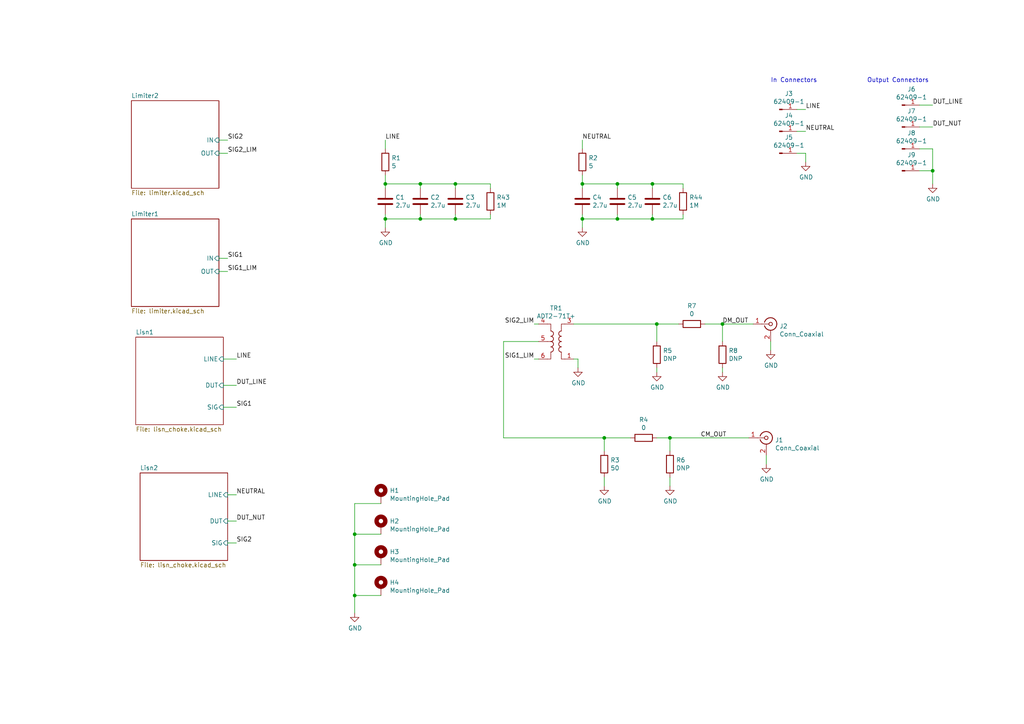
<source format=kicad_sch>
(kicad_sch (version 20231120) (generator "eeschema") (generator_version "8.0")
  (paper "A4")
  (lib_symbols
    (symbol "Connector:Conn_Coaxial" (pin_names (offset 1.016) hide)
      (property "Reference" "J" (at 0.254 3.048 0))
      (property "Value" "Conn_Coaxial" (at 2.921 0 90))
      (symbol "Conn_Coaxial_0_1"
        (arc (start -1.778 -0.508) (mid 0.2311 -1.8066) (end 1.778 0) (stroke (width 0.254)))
        (polyline (pts (xy -2.54 0) (xy -0.508 0)))
        (polyline (pts (xy 0 -2.54) (xy 0 -1.778)))
        (circle (center 0 0) (radius 0.508) (stroke (width 0.2032)))
        (arc (start 1.778 0) (mid 0.2099 1.8101) (end -1.778 0.508) (stroke (width 0.254)))
      )
      (symbol "Conn_Coaxial_1_1"
        (pin passive line (at -5.08 0 0) (length 2.54) (name "In") (number "1"))
        (pin passive line (at 0 -5.08 90) (length 2.54) (name "Ext") (number "2"))
      )
    )
    (symbol "Device:C" (pin_numbers hide) (pin_names (offset 0.254))
      (property "Reference" "C" (at 0.635 2.54 0))
      (property "Value" "C" (at 0.635 -2.54 0))
      (symbol "C_0_1"
        (polyline (pts (xy -2.032 -0.762) (xy 2.032 -0.762)) (stroke (width 0.508)))
        (polyline (pts (xy -2.032 0.762) (xy 2.032 0.762)) (stroke (width 0.508)))
      )
      (symbol "C_1_1"
        (pin passive line (at 0 3.81 270) (length 2.794) (name "~") (number "1"))
        (pin passive line (at 0 -3.81 90) (length 2.794) (name "~") (number "2"))
      )
    )
    (symbol "Device:R" (pin_numbers hide) (pin_names (offset 0))
      (property "Reference" "R" (at 2.032 0 90))
      (property "Value" "R" (at 0 0 90))
      (symbol "R_0_1"
        (rectangle (start -1.016 -2.54) (end 1.016 2.54) (stroke (width 0.254)))
      )
      (symbol "R_1_1"
        (pin passive line (at 0 3.81 270) (length 1.27) (name "~") (number "1"))
        (pin passive line (at 0 -3.81 90) (length 1.27) (name "~") (number "2"))
      )
    )
    (symbol "Mechanical:MountingHole_Pad" (pin_numbers hide) (pin_names (offset 1.016) hide) (exclude_from_sim yes) (in_bom no)
      (property "Reference" "H" (at 0 6.35 0))
      (property "Value" "MountingHole_Pad" (at 0 4.445 0))
      (symbol "MountingHole_Pad_0_1"
        (circle (center 0 1.27) (radius 1.27) (stroke (width 1.27)))
      )
      (symbol "MountingHole_Pad_1_1"
        (pin input line (at 0 -2.54 90) (length 2.54) (name "1") (number "1"))
      )
    )
    (symbol "Transformer:ADT2-71T" (pin_names hide)
      (property "Reference" "TR" (at 0 6.35 0))
      (property "Value" "ADT2-71T" (at 0 -6.35 0))
      (symbol "ADT2-71T_0_1"
        (arc (start -1.524 -3.048) (mid -0.7653 -2.286) (end -1.524 -1.524) (stroke (width 0.2032)))
        (arc (start -1.524 -1.524) (mid -0.7653 -0.762) (end -1.524 0) (stroke (width 0.2032)))
        (arc (start -1.524 0) (mid -0.7653 0.762) (end -1.524 1.524) (stroke (width 0.2032)))
        (arc (start -1.524 1.524) (mid -0.7653 2.286) (end -1.524 3.048) (stroke (width 0.2032)))
        (polyline (pts (xy 2.54 0) (xy 1.27 0)) (stroke (width 0.1524)))
        (polyline (pts (xy -2.54 5.08) (xy -1.524 5.08) (xy -1.524 3.048) (xy -1.524 3.048)) (stroke (width 0.1524)))
        (polyline (pts (xy -1.524 -3.048) (xy -1.524 -5.08) (xy -2.54 -5.08) (xy -2.54 -5.08)) (stroke (width 0.1524)))
        (polyline (pts (xy 1.524 3.048) (xy 1.524 5.08) (xy 2.54 5.08) (xy 2.54 5.08)) (stroke (width 0.1524)))
        (polyline (pts (xy 2.54 -5.08) (xy 1.524 -5.08) (xy 1.524 -3.048) (xy 1.524 -3.048)) (stroke (width 0.1524)))
        (arc (start 1.524 -1.524) (mid 0.7653 -2.286) (end 1.524 -3.048) (stroke (width 0.2032)))
        (arc (start 1.524 0) (mid 0.7653 -0.762) (end 1.524 -1.524) (stroke (width 0.2032)))
        (arc (start 1.524 1.524) (mid 0.7653 0.762) (end 1.524 0) (stroke (width 0.2032)))
        (arc (start 1.524 3.048) (mid 0.7653 2.286) (end 1.524 1.524) (stroke (width 0.2032)))
      )
      (symbol "ADT2-71T_1_1"
        (pin passive line (at -5.08 -5.08 0) (length 2.54) (name "~") (number "1"))
        (pin passive line (at -5.08 5.08 0) (length 2.54) (name "~") (number "3"))
        (pin passive line (at 5.08 5.08 180) (length 2.54) (name "~") (number "4"))
        (pin passive line (at 5.08 0 180) (length 2.54) (name "~") (number "5"))
        (pin passive line (at 5.08 -5.08 180) (length 2.54) (name "~") (number "6"))
      )
    )
    (symbol "lisn-pcb-rescue:Conn_01x01_Male-Connector" (pin_names (offset 1.016) hide)
      (property "Reference" "J" (at 0 2.54 0))
      (property "Value" "Connector_Conn_01x01_Male" (at 0 -2.54 0))
      (symbol "Conn_01x01_Male-Connector_1_1"
        (polyline (pts (xy 1.27 0) (xy 0.8636 0)) (stroke (width 0.1524)))
        (rectangle (start 0.8636 0.127) (end 0 -0.127) (stroke (width 0.1524)) (fill (type outline)))
        (pin passive line (at 5.08 0 180) (length 3.81) (name "Pin_1") (number "1"))
      )
    )
    (symbol "lisn-pcb-rescue:GND-power" (power) (pin_names (offset 0))
      (property "Value" "power_GND" (at 0 -3.81 0))
      (symbol "GND-power_0_1"
        (polyline (pts (xy 0 0) (xy 0 -1.27) (xy 1.27 -1.27) (xy 0 -2.54) (xy -1.27 -1.27) (xy 0 -1.27)))
      )
      (symbol "GND-power_1_1"
        (pin power_in line (at 0 0 270) (length 0) hide (name "GND") (number "1"))
      )
    )
  )
  (junction (at 190.5 93.98))
  (junction (at 189.23 63.5))
  (junction (at 270.51 49.53))
  (junction (at 111.76 53.34))
  (junction (at 132.08 63.5))
  (junction (at 121.92 53.34))
  (junction (at 132.08 53.34))
  (junction (at 179.07 63.5))
  (junction (at 179.07 53.34))
  (junction (at 175.26 127))
  (junction (at 168.91 53.34))
  (junction (at 209.55 93.98))
  (junction (at 102.87 154.94))
  (junction (at 168.91 63.5))
  (junction (at 102.87 172.72))
  (junction (at 111.76 63.5))
  (junction (at 102.87 163.83))
  (junction (at 194.31 127))
  (junction (at 189.23 53.34))
  (junction (at 121.92 63.5))
  (wire (pts (xy 266.7 49.53) (xy 270.51 49.53)))
  (wire (pts (xy 266.7 30.48) (xy 270.51 30.48)))
  (wire (pts (xy 167.64 104.14) (xy 167.64 106.68)))
  (wire (pts (xy 190.5 106.68) (xy 190.5 107.95)))
  (wire (pts (xy 194.31 127) (xy 217.17 127)))
  (wire (pts (xy 132.08 63.5) (xy 121.92 63.5)))
  (wire (pts (xy 270.51 43.18) (xy 270.51 49.53)))
  (wire (pts (xy 190.5 93.98) (xy 196.85 93.98)))
  (wire (pts (xy 121.92 53.34) (xy 121.92 54.61)))
  (wire (pts (xy 190.5 127) (xy 194.31 127)))
  (wire (pts (xy 179.07 62.23) (xy 179.07 63.5)))
  (wire (pts (xy 194.31 127) (xy 194.31 130.81)))
  (wire (pts (xy 110.49 172.72) (xy 102.87 172.72)))
  (wire (pts (xy 111.76 63.5) (xy 111.76 62.23)))
  (wire (pts (xy 233.68 44.45) (xy 233.68 46.99)))
  (wire (pts (xy 111.76 43.18) (xy 111.76 40.64)))
  (wire (pts (xy 146.05 99.06) (xy 146.05 127)))
  (wire (pts (xy 132.08 53.34) (xy 142.24 53.34)))
  (wire (pts (xy 68.58 157.48) (xy 66.04 157.48)))
  (wire (pts (xy 204.47 93.98) (xy 209.55 93.98)))
  (wire (pts (xy 66.04 78.74) (xy 63.5 78.74)))
  (wire (pts (xy 154.94 104.14) (xy 156.21 104.14)))
  (wire (pts (xy 175.26 138.43) (xy 175.26 140.97)))
  (wire (pts (xy 168.91 43.18) (xy 168.91 40.64)))
  (wire (pts (xy 142.24 63.5) (xy 142.24 62.23)))
  (wire (pts (xy 111.76 53.34) (xy 111.76 54.61)))
  (wire (pts (xy 111.76 53.34) (xy 121.92 53.34)))
  (wire (pts (xy 189.23 63.5) (xy 179.07 63.5)))
  (wire (pts (xy 68.58 111.76) (xy 64.77 111.76)))
  (wire (pts (xy 223.52 99.06) (xy 223.52 101.6)))
  (wire (pts (xy 198.12 53.34) (xy 189.23 53.34)))
  (wire (pts (xy 198.12 62.23) (xy 198.12 63.5)))
  (wire (pts (xy 66.04 44.45) (xy 63.5 44.45)))
  (wire (pts (xy 166.37 93.98) (xy 190.5 93.98)))
  (wire (pts (xy 179.07 63.5) (xy 168.91 63.5)))
  (wire (pts (xy 209.55 93.98) (xy 209.55 99.06)))
  (wire (pts (xy 121.92 62.23) (xy 121.92 63.5)))
  (wire (pts (xy 102.87 172.72) (xy 102.87 177.8)))
  (wire (pts (xy 194.31 138.43) (xy 194.31 140.97)))
  (wire (pts (xy 209.55 93.98) (xy 218.44 93.98)))
  (wire (pts (xy 110.49 163.83) (xy 102.87 163.83)))
  (wire (pts (xy 110.49 154.94) (xy 102.87 154.94)))
  (wire (pts (xy 156.21 99.06) (xy 146.05 99.06)))
  (wire (pts (xy 121.92 53.34) (xy 132.08 53.34)))
  (wire (pts (xy 222.25 132.08) (xy 222.25 134.62)))
  (wire (pts (xy 102.87 154.94) (xy 102.87 163.83)))
  (wire (pts (xy 68.58 151.13) (xy 66.04 151.13)))
  (wire (pts (xy 111.76 50.8) (xy 111.76 53.34)))
  (wire (pts (xy 231.14 38.1) (xy 233.68 38.1)))
  (wire (pts (xy 168.91 50.8) (xy 168.91 53.34)))
  (wire (pts (xy 102.87 163.83) (xy 102.87 172.72)))
  (wire (pts (xy 121.92 63.5) (xy 111.76 63.5)))
  (wire (pts (xy 179.07 53.34) (xy 189.23 53.34)))
  (wire (pts (xy 154.94 93.98) (xy 156.21 93.98)))
  (wire (pts (xy 132.08 62.23) (xy 132.08 63.5)))
  (wire (pts (xy 132.08 53.34) (xy 132.08 54.61)))
  (wire (pts (xy 132.08 63.5) (xy 142.24 63.5)))
  (wire (pts (xy 111.76 63.5) (xy 111.76 66.04)))
  (wire (pts (xy 189.23 62.23) (xy 189.23 63.5)))
  (wire (pts (xy 231.14 31.75) (xy 233.68 31.75)))
  (wire (pts (xy 198.12 63.5) (xy 189.23 63.5)))
  (wire (pts (xy 102.87 146.05) (xy 102.87 154.94)))
  (wire (pts (xy 68.58 104.14) (xy 64.77 104.14)))
  (wire (pts (xy 68.58 118.11) (xy 64.77 118.11)))
  (wire (pts (xy 168.91 53.34) (xy 179.07 53.34)))
  (wire (pts (xy 198.12 54.61) (xy 198.12 53.34)))
  (wire (pts (xy 68.58 143.51) (xy 66.04 143.51)))
  (wire (pts (xy 175.26 127) (xy 175.26 130.81)))
  (wire (pts (xy 231.14 44.45) (xy 233.68 44.45)))
  (wire (pts (xy 266.7 36.83) (xy 270.51 36.83)))
  (wire (pts (xy 66.04 40.64) (xy 63.5 40.64)))
  (wire (pts (xy 166.37 104.14) (xy 167.64 104.14)))
  (wire (pts (xy 270.51 49.53) (xy 270.51 53.34)))
  (wire (pts (xy 175.26 127) (xy 182.88 127)))
  (wire (pts (xy 189.23 53.34) (xy 189.23 54.61)))
  (wire (pts (xy 266.7 43.18) (xy 270.51 43.18)))
  (wire (pts (xy 110.49 146.05) (xy 102.87 146.05)))
  (wire (pts (xy 190.5 93.98) (xy 190.5 99.06)))
  (wire (pts (xy 66.04 74.93) (xy 63.5 74.93)))
  (wire (pts (xy 168.91 53.34) (xy 168.91 54.61)))
  (wire (pts (xy 146.05 127) (xy 175.26 127)))
  (wire (pts (xy 168.91 63.5) (xy 168.91 66.04)))
  (wire (pts (xy 168.91 63.5) (xy 168.91 62.23)))
  (wire (pts (xy 142.24 53.34) (xy 142.24 54.61)))
  (wire (pts (xy 209.55 106.68) (xy 209.55 107.95)))
  (wire (pts (xy 179.07 53.34) (xy 179.07 54.61)))
  (text "Output Connectors" (at 251.46 24.13 0) (effects (font (size 1.27 1.27)) (justify left bottom)))
  (text "In Connectors" (at 223.52 24.13 0) (effects (font (size 1.27 1.27)) (justify left bottom)))
  (label "DUT_LINE" (at 270.51 30.48 0))
  (label "NEUTRAL" (at 68.58 143.51 0))
  (label "SIG1_LIM" (at 154.94 104.14 180))
  (label "SIG1" (at 66.04 74.93 0))
  (label "LINE" (at 111.76 40.64 0))
  (label "NEUTRAL" (at 233.68 38.1 0))
  (label "SIG1" (at 68.58 118.11 0))
  (label "LINE" (at 233.68 31.75 0))
  (label "SIG2_LIM" (at 154.94 93.98 180))
  (label "DM_OUT" (at 209.55 93.98 0))
  (label "SIG2" (at 68.58 157.48 0))
  (label "SIG2" (at 66.04 40.64 0))
  (label "DUT_LINE" (at 68.58 111.76 0))
  (label "LINE" (at 68.58 104.14 0))
  (label "CM_OUT" (at 203.2 127 0))
  (label "DUT_NUT" (at 68.58 151.13 0))
  (label "NEUTRAL" (at 168.91 40.64 0))
  (label "SIG2_LIM" (at 66.04 44.45 0))
  (label "SIG1_LIM" (at 66.04 78.74 0))
  (label "DUT_NUT" (at 270.51 36.83 0))
  (symbol (lib_id "Device:C") (at 111.76 58.42 0) (unit 1)
    (property "Reference" "C1" (at 114.681 57.2516 0) (effects (justify left)))
    (property "Value" "2.7u" (at 114.681 59.563 0) (effects (justify left)))
    (property "Footprint" "Capacitor_THT:C_Rect_L31.5mm_W20.0mm_P27.50mm_MKS4" (effects (hide yes)))
    (property "MPN" "ECQ-UAAF275K" (effects (hide yes)))
    (property "Manufacturer 1" "Panasonic Electronic Components" (effects (hide yes)))
    (property "Manufacturer Part Number 1" "ECQ-UAAF275K" (effects (hide yes)))
    (property "Price" "1.96" (effects (hide yes)))
    (property "Supplier 1" "Mouser" (effects (hide yes)))
    (property "Supplier Part Number 1" " 667-ECQ-UAAF275K" (effects (hide yes)))
  )
  (symbol (lib_id "Device:R") (at 111.76 46.99 0) (unit 1)
    (property "Reference" "R1" (at 113.538 45.8216 0) (effects (justify left)))
    (property "Value" "5" (at 113.538 48.133 0) (effects (justify left)))
    (property "Footprint" "Resistor_THT:R_Axial_Power_L20.0mm_W6.4mm_P25.40mm" (effects (hide yes)))
    (property "MPN" "WNE5R0FET" (effects (hide yes)))
    (property "Manufacturer 1" "Ohmite" (effects (hide yes)))
    (property "Manufacturer Part Number 1" "WNE5R0FET" (effects (hide yes)))
    (property "Price" "1.66" (effects (hide yes)))
    (property "Supplier 1" "Mouser" (effects (hide yes)))
    (property "Supplier Part Number 1" "588-WNE5R0FET" (effects (hide yes)))
  )
  (symbol (lib_id "lisn-pcb-rescue:GND-power") (at 111.76 66.04 0) (unit 1)
    (property "Reference" "#PWR0101" (effects (hide yes)))
    (property "Value" "GND" (at 111.887 70.4342 0))
  )
  (symbol (lib_id "Device:C") (at 121.92 58.42 0) (unit 1)
    (property "Reference" "C2" (at 124.841 57.2516 0) (effects (justify left)))
    (property "Value" "2.7u" (at 124.841 59.563 0) (effects (justify left)))
    (property "Footprint" "Capacitor_THT:C_Rect_L31.5mm_W20.0mm_P27.50mm_MKS4" (effects (hide yes)))
    (property "MPN" "ECQ-UAAF275K" (effects (hide yes)))
    (property "Manufacturer 1" "Panasonic Electronic Components" (effects (hide yes)))
    (property "Manufacturer Part Number 1" "ECQ-UAAF275K" (effects (hide yes)))
    (property "Price" "1.96" (effects (hide yes)))
    (property "Supplier 1" "Mouser" (effects (hide yes)))
    (property "Supplier Part Number 1" " 667-ECQ-UAAF275K" (effects (hide yes)))
  )
  (symbol (lib_id "Device:C") (at 132.08 58.42 0) (unit 1)
    (property "Reference" "C3" (at 135.001 57.2516 0) (effects (justify left)))
    (property "Value" "2.7u" (at 135.001 59.563 0) (effects (justify left)))
    (property "Footprint" "Capacitor_THT:C_Rect_L31.5mm_W20.0mm_P27.50mm_MKS4" (effects (hide yes)))
    (property "MPN" "ECQ-UAAF275K" (effects (hide yes)))
    (property "Manufacturer 1" "Panasonic Electronic Components" (effects (hide yes)))
    (property "Manufacturer Part Number 1" "ECQ-UAAF275K" (effects (hide yes)))
    (property "Price" "1.96" (effects (hide yes)))
    (property "Supplier 1" "Mouser" (effects (hide yes)))
    (property "Supplier Part Number 1" " 667-ECQ-UAAF275K" (effects (hide yes)))
  )
  (symbol (lib_id "Device:C") (at 168.91 58.42 0) (unit 1)
    (property "Reference" "C4" (at 171.831 57.2516 0) (effects (justify left)))
    (property "Value" "2.7u" (at 171.831 59.563 0) (effects (justify left)))
    (property "Footprint" "Capacitor_THT:C_Rect_L31.5mm_W20.0mm_P27.50mm_MKS4" (effects (hide yes)))
    (property "MPN" "ECQ-UAAF275K" (effects (hide yes)))
    (property "Manufacturer 1" "Panasonic Electronic Components" (effects (hide yes)))
    (property "Manufacturer Part Number 1" "ECQ-UAAF275K" (effects (hide yes)))
    (property "Price" "1.96" (effects (hide yes)))
    (property "Supplier 1" "Mouser" (effects (hide yes)))
    (property "Supplier Part Number 1" " 667-ECQ-UAAF275K" (effects (hide yes)))
  )
  (symbol (lib_id "Device:R") (at 168.91 46.99 0) (unit 1)
    (property "Reference" "R2" (at 170.688 45.8216 0) (effects (justify left)))
    (property "Value" "5" (at 170.688 48.133 0) (effects (justify left)))
    (property "Footprint" "Resistor_THT:R_Axial_Power_L20.0mm_W6.4mm_P25.40mm" (effects (hide yes)))
    (property "MPN" "WNE5R0FET" (effects (hide yes)))
    (property "Manufacturer 1" "Ohmite" (effects (hide yes)))
    (property "Manufacturer Part Number 1" "WNE5R0FET" (effects (hide yes)))
    (property "Price" "1.66" (effects (hide yes)))
    (property "Supplier 1" "Mouser" (effects (hide yes)))
    (property "Supplier Part Number 1" "588-WNE5R0FET" (effects (hide yes)))
  )
  (symbol (lib_id "lisn-pcb-rescue:GND-power") (at 168.91 66.04 0) (unit 1)
    (property "Reference" "#PWR0102" (effects (hide yes)))
    (property "Value" "GND" (at 169.037 70.4342 0))
  )
  (symbol (lib_id "Device:C") (at 179.07 58.42 0) (unit 1)
    (property "Reference" "C5" (at 181.991 57.2516 0) (effects (justify left)))
    (property "Value" "2.7u" (at 181.991 59.563 0) (effects (justify left)))
    (property "Footprint" "Capacitor_THT:C_Rect_L31.5mm_W20.0mm_P27.50mm_MKS4" (effects (hide yes)))
    (property "MPN" "ECQ-UAAF275K" (effects (hide yes)))
    (property "Manufacturer 1" "Panasonic Electronic Components" (effects (hide yes)))
    (property "Manufacturer Part Number 1" "ECQ-UAAF275K" (effects (hide yes)))
    (property "Price" "1.96" (effects (hide yes)))
    (property "Supplier 1" "Mouser" (effects (hide yes)))
    (property "Supplier Part Number 1" " 667-ECQ-UAAF275K" (effects (hide yes)))
  )
  (symbol (lib_id "Device:C") (at 189.23 58.42 0) (unit 1)
    (property "Reference" "C6" (at 192.151 57.2516 0) (effects (justify left)))
    (property "Value" "2.7u" (at 192.151 59.563 0) (effects (justify left)))
    (property "Footprint" "Capacitor_THT:C_Rect_L31.5mm_W20.0mm_P27.50mm_MKS4" (effects (hide yes)))
    (property "MPN" "ECQ-UAAF275K" (effects (hide yes)))
    (property "Manufacturer 1" "Panasonic Electronic Components" (effects (hide yes)))
    (property "Manufacturer Part Number 1" "ECQ-UAAF275K" (effects (hide yes)))
    (property "Price" "1.96" (effects (hide yes)))
    (property "Supplier 1" "Mouser" (effects (hide yes)))
    (property "Supplier Part Number 1" " 667-ECQ-UAAF275K" (effects (hide yes)))
  )
  (symbol (lib_id "Transformer:ADT2-71T") (at 161.29 99.06 0) (mirror y) (unit 1)
    (property "Reference" "TR1" (at 161.29 89.3826 0))
    (property "Value" "ADT2-71T+" (at 161.29 91.694 0))
    (property "Footprint" "RF_Mini-Circuits:Mini-Circuits_CD637_H5.23mm" (effects (hide yes)))
    (property "Datasheet" "https://www.minicircuits.com/pdfs/ADT2-71T+.pdf" (effects (hide yes)))
    (property "MPN" "ADT2-71T+" (effects (hide yes)))
    (property "Manufacturer 1" "Mini-Circuits" (effects (hide yes)))
    (property "Manufacturer Part Number 1" "ADT2-71T+" (effects (hide yes)))
    (property "Price" "6.71" (effects (hide yes)))
    (property "Supplier 1" "Mouser" (effects (hide yes)))
    (property "Supplier Part Number 1" "139-ADT2-71T" (effects (hide yes)))
  )
  (symbol (lib_id "lisn-pcb-rescue:GND-power") (at 167.64 106.68 0) (unit 1)
    (property "Reference" "#PWR0103" (effects (hide yes)))
    (property "Value" "GND" (at 167.767 111.0742 0))
  )
  (symbol (lib_id "Device:R") (at 190.5 102.87 0) (unit 1)
    (property "Reference" "R5" (at 192.278 101.7016 0) (effects (justify left)))
    (property "Value" "DNP" (at 192.278 104.013 0) (effects (justify left)))
    (property "Footprint" "Resistor_SMD:R_0805_2012Metric" (effects (hide yes)))
  )
  (symbol (lib_id "Device:R") (at 200.66 93.98 90) (unit 1)
    (property "Reference" "R7" (at 200.66 88.7222 90))
    (property "Value" "0" (at 200.66 91.0336 90))
    (property "Footprint" "Resistor_SMD:R_0805_2012Metric" (effects (hide yes)))
    (property "MPN" "RC0805JR-070RL" (effects (hide yes)))
    (property "Manufacturer 1" "Yageo" (effects (hide yes)))
    (property "Manufacturer Part Number 1" "RC0805JR-070RL" (effects (hide yes)))
    (property "Price" ".09" (effects (hide yes)))
    (property "Supplier 1" "Mouser" (effects (hide yes)))
    (property "Supplier Part Number 1" "603-RC0805JR-070RL" (effects (hide yes)))
  )
  (symbol (lib_id "Device:R") (at 209.55 102.87 0) (unit 1)
    (property "Reference" "R8" (at 211.328 101.7016 0) (effects (justify left)))
    (property "Value" "DNP" (at 211.328 104.013 0) (effects (justify left)))
    (property "Footprint" "Resistor_SMD:R_0805_2012Metric" (effects (hide yes)))
  )
  (symbol (lib_id "lisn-pcb-rescue:GND-power") (at 190.5 107.95 0) (unit 1)
    (property "Reference" "#PWR0104" (effects (hide yes)))
    (property "Value" "GND" (at 190.627 112.3442 0))
  )
  (symbol (lib_id "lisn-pcb-rescue:GND-power") (at 209.55 107.95 0) (unit 1)
    (property "Reference" "#PWR0105" (effects (hide yes)))
    (property "Value" "GND" (at 209.677 112.3442 0))
  )
  (symbol (lib_id "Device:R") (at 175.26 134.62 0) (unit 1)
    (property "Reference" "R3" (at 177.038 133.4516 0) (effects (justify left)))
    (property "Value" "50" (at 177.038 135.763 0) (effects (justify left)))
    (property "Footprint" "Resistor_SMD:R_0805_2012Metric" (effects (hide yes)))
    (property "MPN" "RNCP0805FTD49R9" (effects (hide yes)))
    (property "Manufacturer 1" "SEI Stackpole" (effects (hide yes)))
    (property "Manufacturer Part Number 1" "RNCP0805FTD49R9" (effects (hide yes)))
    (property "Price" ".09" (effects (hide yes)))
    (property "Supplier 1" "Mouser" (effects (hide yes)))
    (property "Supplier Part Number 1" "708-RNCP0805FTD49R9" (effects (hide yes)))
  )
  (symbol (lib_id "Device:R") (at 186.69 127 90) (unit 1)
    (property "Reference" "R4" (at 186.69 121.7422 90))
    (property "Value" "0" (at 186.69 124.0536 90))
    (property "Footprint" "Resistor_SMD:R_0805_2012Metric" (effects (hide yes)))
    (property "MPN" "RC0805JR-070RL" (effects (hide yes)))
    (property "Manufacturer 1" "Yageo" (effects (hide yes)))
    (property "Manufacturer Part Number 1" "RC0805JR-070RL" (effects (hide yes)))
    (property "Price" ".09" (effects (hide yes)))
    (property "Supplier 1" "Mouser" (effects (hide yes)))
    (property "Supplier Part Number 1" "603-RC0805JR-070RL" (effects (hide yes)))
  )
  (symbol (lib_id "Device:R") (at 194.31 134.62 0) (unit 1)
    (property "Reference" "R6" (at 196.088 133.4516 0) (effects (justify left)))
    (property "Value" "DNP" (at 196.088 135.763 0) (effects (justify left)))
    (property "Footprint" "Resistor_SMD:R_0805_2012Metric" (effects (hide yes)))
  )
  (symbol (lib_id "lisn-pcb-rescue:GND-power") (at 175.26 140.97 0) (unit 1)
    (property "Reference" "#PWR0106" (effects (hide yes)))
    (property "Value" "GND" (at 175.387 145.3642 0))
  )
  (symbol (lib_id "lisn-pcb-rescue:GND-power") (at 194.31 140.97 0) (unit 1)
    (property "Reference" "#PWR0107" (effects (hide yes)))
    (property "Value" "GND" (at 194.437 145.3642 0))
  )
  (symbol (lib_id "Connector:Conn_Coaxial") (at 223.52 93.98 0) (unit 1)
    (property "Reference" "J2" (at 226.06 94.615 0) (effects (justify left)))
    (property "Value" "Conn_Coaxial" (at 226.06 96.9264 0) (effects (justify left)))
    (property "Footprint" "Connector_Coaxial:SMA_Amphenol_132203-12_Horizontal" (effects (hide yes)))
    (property "MPN" "619540-1" (effects (hide yes)))
    (property "Manufacturer 1" "Molex" (effects (hide yes)))
    (property "Manufacturer Part Number 1" "73251-2200" (effects (hide yes)))
    (property "Price" "4.3" (effects (hide yes)))
    (property "Supplier 1" "Mouser" (effects (hide yes)))
    (property "Supplier Part Number 1" "538-73251-2200" (effects (hide yes)))
  )
  (symbol (lib_id "Connector:Conn_Coaxial") (at 222.25 127 0) (unit 1)
    (property "Reference" "J1" (at 224.79 127.635 0) (effects (justify left)))
    (property "Value" "Conn_Coaxial" (at 224.79 129.9464 0) (effects (justify left)))
    (property "Footprint" "Connector_Coaxial:SMA_Amphenol_132203-12_Horizontal" (effects (hide yes)))
    (property "MPN" "619540-1" (effects (hide yes)))
    (property "Manufacturer 1" "Molex" (effects (hide yes)))
    (property "Manufacturer Part Number 1" "73251-2200" (effects (hide yes)))
    (property "Price" "4.3" (effects (hide yes)))
    (property "Supplier 1" "Mouser" (effects (hide yes)))
    (property "Supplier Part Number 1" "538-73251-2200" (effects (hide yes)))
  )
  (symbol (lib_id "lisn-pcb-rescue:GND-power") (at 222.25 134.62 0) (unit 1)
    (property "Reference" "#PWR0108" (effects (hide yes)))
    (property "Value" "GND" (at 222.377 139.0142 0))
  )
  (symbol (lib_id "lisn-pcb-rescue:GND-power") (at 223.52 101.6 0) (unit 1)
    (property "Reference" "#PWR0109" (effects (hide yes)))
    (property "Value" "GND" (at 223.647 105.9942 0))
  )
  (symbol (lib_id "lisn-pcb-rescue:Conn_01x01_Male-Connector") (at 226.06 31.75 0) (unit 1)
    (property "Reference" "J3" (at 228.8032 27.1526 0))
    (property "Value" "62409-1" (at 228.8032 29.464 0))
    (property "Footprint" "wbraun_smd:62409-1" (effects (hide yes)))
    (property "MPN" "62409-1" (effects (hide yes)))
    (property "Manufacturer 1" "TE Connectivity" (effects (hide yes)))
    (property "Manufacturer Part Number 1" "62409-1" (effects (hide yes)))
    (property "Price" ".17" (effects (hide yes)))
    (property "Supplier 1" "Mouser" (effects (hide yes)))
    (property "Supplier Part Number 1" " 571-624091" (effects (hide yes)))
  )
  (symbol (lib_id "lisn-pcb-rescue:GND-power") (at 233.68 46.99 0) (unit 1)
    (property "Reference" "#PWR0132" (effects (hide yes)))
    (property "Value" "GND" (at 233.807 51.3842 0))
  )
  (symbol (lib_id "lisn-pcb-rescue:GND-power") (at 270.51 53.34 0) (unit 1)
    (property "Reference" "#PWR0133" (effects (hide yes)))
    (property "Value" "GND" (at 270.637 57.7342 0))
  )
  (symbol (lib_id "lisn-pcb-rescue:Conn_01x01_Male-Connector") (at 226.06 38.1 0) (unit 1)
    (property "Reference" "J4" (at 228.8032 33.5026 0))
    (property "Value" "62409-1" (at 228.8032 35.814 0))
    (property "Footprint" "wbraun_smd:62409-1" (effects (hide yes)))
    (property "MPN" "62409-1" (effects (hide yes)))
    (property "Manufacturer 1" "TE Connectivity" (effects (hide yes)))
    (property "Manufacturer Part Number 1" "62409-1" (effects (hide yes)))
    (property "Price" ".17" (effects (hide yes)))
    (property "Supplier 1" "Mouser" (effects (hide yes)))
    (property "Supplier Part Number 1" " 571-624091" (effects (hide yes)))
  )
  (symbol (lib_id "lisn-pcb-rescue:Conn_01x01_Male-Connector") (at 226.06 44.45 0) (unit 1)
    (property "Reference" "J5" (at 228.8032 39.8526 0))
    (property "Value" "62409-1" (at 228.8032 42.164 0))
    (property "Footprint" "wbraun_smd:62409-1" (effects (hide yes)))
    (property "MPN" "62409-1" (effects (hide yes)))
    (property "Manufacturer 1" "TE Connectivity" (effects (hide yes)))
    (property "Manufacturer Part Number 1" "62409-1" (effects (hide yes)))
    (property "Price" ".17" (effects (hide yes)))
    (property "Supplier 1" "Mouser" (effects (hide yes)))
    (property "Supplier Part Number 1" " 571-624091" (effects (hide yes)))
  )
  (symbol (lib_id "lisn-pcb-rescue:Conn_01x01_Male-Connector") (at 261.62 43.18 0) (unit 1)
    (property "Reference" "J8" (at 264.3632 38.5826 0))
    (property "Value" "62409-1" (at 264.3632 40.894 0))
    (property "Footprint" "wbraun_smd:62409-1" (effects (hide yes)))
    (property "MPN" "62409-1" (effects (hide yes)))
    (property "Manufacturer 1" "TE Connectivity" (effects (hide yes)))
    (property "Manufacturer Part Number 1" "62409-1" (effects (hide yes)))
    (property "Price" ".17" (effects (hide yes)))
    (property "Supplier 1" "Mouser" (effects (hide yes)))
    (property "Supplier Part Number 1" " 571-624091" (effects (hide yes)))
  )
  (symbol (lib_id "lisn-pcb-rescue:Conn_01x01_Male-Connector") (at 261.62 36.83 0) (unit 1)
    (property "Reference" "J7" (at 264.3632 32.2326 0))
    (property "Value" "62409-1" (at 264.3632 34.544 0))
    (property "Footprint" "wbraun_smd:62409-1" (effects (hide yes)))
    (property "MPN" "62409-1" (effects (hide yes)))
    (property "Manufacturer 1" "TE Connectivity" (effects (hide yes)))
    (property "Manufacturer Part Number 1" "62409-1" (effects (hide yes)))
    (property "Price" ".17" (effects (hide yes)))
    (property "Supplier 1" "Mouser" (effects (hide yes)))
    (property "Supplier Part Number 1" " 571-624091" (effects (hide yes)))
  )
  (symbol (lib_id "lisn-pcb-rescue:Conn_01x01_Male-Connector") (at 261.62 30.48 0) (unit 1)
    (property "Reference" "J6" (at 264.3632 25.8826 0))
    (property "Value" "62409-1" (at 264.3632 28.194 0))
    (property "Footprint" "wbraun_smd:62409-1" (effects (hide yes)))
    (property "MPN" "62409-1" (effects (hide yes)))
    (property "Manufacturer 1" "TE Connectivity" (effects (hide yes)))
    (property "Manufacturer Part Number 1" "62409-1" (effects (hide yes)))
    (property "Price" ".17" (effects (hide yes)))
    (property "Supplier 1" "Mouser" (effects (hide yes)))
    (property "Supplier Part Number 1" " 571-624091" (effects (hide yes)))
  )
  (symbol (lib_id "lisn-pcb-rescue:Conn_01x01_Male-Connector") (at 261.62 49.53 0) (unit 1)
    (property "Reference" "J9" (at 264.3632 44.9326 0))
    (property "Value" "62409-1" (at 264.3632 47.244 0))
    (property "Footprint" "wbraun_smd:62409-1" (effects (hide yes)))
    (property "MPN" "62409-1" (effects (hide yes)))
    (property "Manufacturer 1" "TE Connectivity" (effects (hide yes)))
    (property "Manufacturer Part Number 1" "62409-1" (effects (hide yes)))
    (property "Price" ".17" (effects (hide yes)))
    (property "Supplier 1" "Mouser" (effects (hide yes)))
    (property "Supplier Part Number 1" " 571-624091" (effects (hide yes)))
  )
  (symbol (lib_id "Mechanical:MountingHole_Pad") (at 110.49 143.51 0) (unit 1)
    (property "Reference" "H1" (at 113.03 142.2654 0) (effects (justify left)))
    (property "Value" "MountingHole_Pad" (at 113.03 144.5768 0) (effects (justify left)))
    (property "Footprint" "wbraun_smd:M3-tight-fit-socket-head" (effects (hide yes)))
  )
  (symbol (lib_id "Mechanical:MountingHole_Pad") (at 110.49 152.4 0) (unit 1)
    (property "Reference" "H2" (at 113.03 151.1554 0) (effects (justify left)))
    (property "Value" "MountingHole_Pad" (at 113.03 153.4668 0) (effects (justify left)))
    (property "Footprint" "wbraun_smd:M3-tight-fit-socket-head" (effects (hide yes)))
  )
  (symbol (lib_id "Mechanical:MountingHole_Pad") (at 110.49 161.29 0) (unit 1)
    (property "Reference" "H3" (at 113.03 160.0454 0) (effects (justify left)))
    (property "Value" "MountingHole_Pad" (at 113.03 162.3568 0) (effects (justify left)))
    (property "Footprint" "wbraun_smd:M3-tight-fit-socket-head" (effects (hide yes)))
  )
  (symbol (lib_id "Mechanical:MountingHole_Pad") (at 110.49 170.18 0) (unit 1)
    (property "Reference" "H4" (at 113.03 168.9354 0) (effects (justify left)))
    (property "Value" "MountingHole_Pad" (at 113.03 171.2468 0) (effects (justify left)))
    (property "Footprint" "wbraun_smd:M3-tight-fit-socket-head" (effects (hide yes)))
  )
  (symbol (lib_id "lisn-pcb-rescue:GND-power") (at 102.87 177.8 0) (unit 1)
    (property "Reference" "#PWR0134" (effects (hide yes)))
    (property "Value" "GND" (at 102.997 182.1942 0))
  )
  (symbol (lib_id "Device:R") (at 142.24 58.42 0) (unit 1)
    (property "Reference" "R43" (at 144.018 57.2516 0) (effects (justify left)))
    (property "Value" "1M" (at 144.018 59.563 0) (effects (justify left)))
    (property "Footprint" "Resistor_THT:R_Axial_DIN0414_L11.9mm_D4.5mm_P15.24mm_Horizontal" (effects (hide yes)))
    (property "MPN" " ROX1SJ1M0" (effects (hide yes)))
    (property "Manufacturer 1" "TE Connectivity / Holsworthy " (effects (hide yes)))
    (property "Manufacturer Part Number 1" " ROX1SJ1M0" (effects (hide yes)))
    (property "Price" ".2" (effects (hide yes)))
    (property "Supplier 1" "Mouser" (effects (hide yes)))
    (property "Supplier Part Number 1" " 279-ROX1SJ1M0" (effects (hide yes)))
  )
  (symbol (lib_id "Device:R") (at 198.12 58.42 0) (unit 1)
    (property "Reference" "R44" (at 199.898 57.2516 0) (effects (justify left)))
    (property "Value" "1M" (at 199.898 59.563 0) (effects (justify left)))
    (property "Footprint" "Resistor_THT:R_Axial_DIN0414_L11.9mm_D4.5mm_P15.24mm_Horizontal" (effects (hide yes)))
    (property "MPN" "ROX1SJ1M0" (effects (hide yes)))
    (property "Manufacturer 1" "TE Connectivity / Holsworthy " (effects (hide yes)))
    (property "Manufacturer Part Number 1" "ROX1SJ1M0" (effects (hide yes)))
    (property "Price" ".2" (effects (hide yes)))
    (property "Supplier 1" "Mouser" (effects (hide yes)))
    (property "Supplier Part Number 1" "279-ROX1SJ1M0" (effects (hide yes)))
  )
  (sheet (at 38.1 63.5) (size 25.4 25.4)
    (property "Sheetname" "Limiter1" (at 38.1 62.7884 0) (effects (justify left bottom)))
    (property "Sheetfile" "limiter.kicad_sch" (at 38.1 89.4846 0) (effects (justify left top)))
    (pin "OUT" input (at 63.5 78.74 0))
    (pin "IN" input (at 63.5 74.93 0))
  )
  (sheet (at 39.37 97.79) (size 25.4 25.4)
    (property "Sheetname" "Lisn1" (at 39.37 97.0784 0) (effects (justify left bottom)))
    (property "Sheetfile" "lisn_choke.kicad_sch" (at 39.37 123.7746 0) (effects (justify left top)))
    (pin "SIG" input (at 64.77 118.11 0))
    (pin "DUT" input (at 64.77 111.76 0))
    (pin "LINE" input (at 64.77 104.14 0))
  )
  (sheet (at 38.1 29.21) (size 25.4 25.4)
    (property "Sheetname" "Limiter2" (at 38.1 28.4984 0) (effects (justify left bottom)))
    (property "Sheetfile" "limiter.kicad_sch" (at 38.1 55.1946 0) (effects (justify left top)))
    (pin "OUT" input (at 63.5 44.45 0))
    (pin "IN" input (at 63.5 40.64 0))
  )
  (sheet (at 40.64 137.16) (size 25.4 25.4)
    (property "Sheetname" "Lisn2" (at 40.64 136.4484 0) (effects (justify left bottom)))
    (property "Sheetfile" "lisn_choke.kicad_sch" (at 40.64 163.1446 0) (effects (justify left top)))
    (pin "SIG" input (at 66.04 157.48 0))
    (pin "DUT" input (at 66.04 151.13 0))
    (pin "LINE" input (at 66.04 143.51 0))
  )
)
</source>
